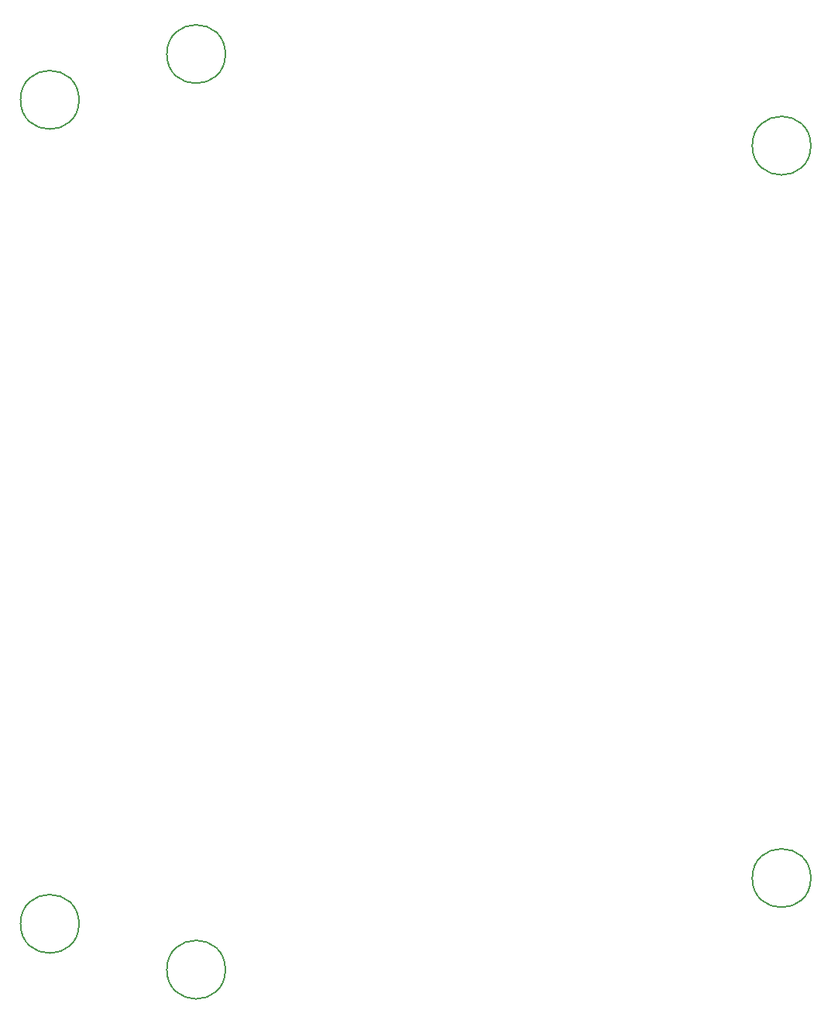
<source format=gbr>
%TF.GenerationSoftware,KiCad,Pcbnew,7.0.9*%
%TF.CreationDate,2024-12-19T20:14:40+09:00*%
%TF.ProjectId,04-PWR,30342d50-5752-42e6-9b69-6361645f7063,rev?*%
%TF.SameCoordinates,Original*%
%TF.FileFunction,Other,Comment*%
%FSLAX46Y46*%
G04 Gerber Fmt 4.6, Leading zero omitted, Abs format (unit mm)*
G04 Created by KiCad (PCBNEW 7.0.9) date 2024-12-19 20:14:40*
%MOMM*%
%LPD*%
G01*
G04 APERTURE LIST*
%ADD10C,0.150000*%
G04 APERTURE END LIST*
D10*
%TO.C,H1*%
X99200000Y-150000000D02*
G75*
G03*
X99200000Y-150000000I-3200000J0D01*
G01*
%TO.C,REF\u002A\u002A*%
X163200000Y-140000000D02*
G75*
G03*
X163200000Y-140000000I-3200000J0D01*
G01*
X83200000Y-55000000D02*
G75*
G03*
X83200000Y-55000000I-3200000J0D01*
G01*
X163200000Y-60000000D02*
G75*
G03*
X163200000Y-60000000I-3200000J0D01*
G01*
X83200000Y-145000000D02*
G75*
G03*
X83200000Y-145000000I-3200000J0D01*
G01*
%TO.C,H2*%
X99200000Y-50000000D02*
G75*
G03*
X99200000Y-50000000I-3200000J0D01*
G01*
%TD*%
M02*

</source>
